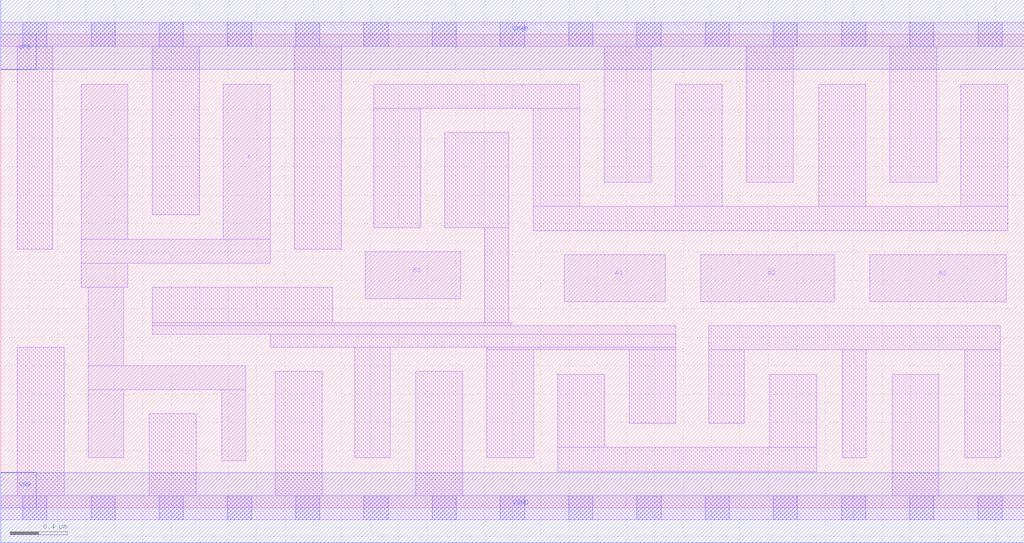
<source format=lef>
# Copyright 2020 The SkyWater PDK Authors
#
# Licensed under the Apache License, Version 2.0 (the "License");
# you may not use this file except in compliance with the License.
# You may obtain a copy of the License at
#
#     https://www.apache.org/licenses/LICENSE-2.0
#
# Unless required by applicable law or agreed to in writing, software
# distributed under the License is distributed on an "AS IS" BASIS,
# WITHOUT WARRANTIES OR CONDITIONS OF ANY KIND, either express or implied.
# See the License for the specific language governing permissions and
# limitations under the License.
#
# SPDX-License-Identifier: Apache-2.0

VERSION 5.5 ;
NAMESCASESENSITIVE ON ;
BUSBITCHARS "[]" ;
DIVIDERCHAR "/" ;
MACRO sky130_fd_sc_hs__a31o_4
  CLASS CORE ;
  SOURCE USER ;
  ORIGIN  0.000000  0.000000 ;
  SIZE  7.200000 BY  3.330000 ;
  SYMMETRY X Y ;
  SITE unit ;
  PIN A1
    ANTENNAGATEAREA  0.492000 ;
    DIRECTION INPUT ;
    USE SIGNAL ;
    PORT
      LAYER li1 ;
        RECT 3.965000 1.450000 4.675000 1.780000 ;
    END
  END A1
  PIN A2
    ANTENNAGATEAREA  0.492000 ;
    DIRECTION INPUT ;
    USE SIGNAL ;
    PORT
      LAYER li1 ;
        RECT 4.925000 1.450000 5.865000 1.780000 ;
    END
  END A2
  PIN A3
    ANTENNAGATEAREA  0.492000 ;
    DIRECTION INPUT ;
    USE SIGNAL ;
    PORT
      LAYER li1 ;
        RECT 6.115000 1.450000 7.075000 1.780000 ;
    END
  END A3
  PIN B1
    ANTENNAGATEAREA  0.492000 ;
    DIRECTION INPUT ;
    USE SIGNAL ;
    PORT
      LAYER li1 ;
        RECT 2.565000 1.470000 3.235000 1.800000 ;
    END
  END B1
  PIN X
    ANTENNADIFFAREA  1.138200 ;
    DIRECTION OUTPUT ;
    USE SIGNAL ;
    PORT
      LAYER li1 ;
        RECT 0.565000 1.550000 0.895000 1.720000 ;
        RECT 0.565000 1.720000 1.895000 1.890000 ;
        RECT 0.565000 1.890000 0.895000 2.980000 ;
        RECT 0.615000 0.350000 0.865000 0.830000 ;
        RECT 0.615000 0.830000 1.725000 1.000000 ;
        RECT 0.615000 1.000000 0.865000 1.550000 ;
        RECT 1.555000 0.330000 1.725000 0.830000 ;
        RECT 1.565000 1.890000 1.895000 2.980000 ;
    END
  END X
  PIN VGND
    DIRECTION INOUT ;
    USE GROUND ;
    PORT
      LAYER met1 ;
        RECT 0.000000 -0.245000 7.200000 0.245000 ;
    END
  END VGND
  PIN VNB
    DIRECTION INOUT ;
    USE GROUND ;
    PORT
    END
  END VNB
  PIN VPB
    DIRECTION INOUT ;
    USE POWER ;
    PORT
    END
  END VPB
  PIN VNB
    DIRECTION INOUT ;
    USE GROUND ;
    PORT
      LAYER met1 ;
        RECT 0.000000 0.000000 0.250000 0.250000 ;
    END
  END VNB
  PIN VPB
    DIRECTION INOUT ;
    USE POWER ;
    PORT
      LAYER met1 ;
        RECT 0.000000 3.080000 0.250000 3.330000 ;
    END
  END VPB
  PIN VPWR
    DIRECTION INOUT ;
    USE POWER ;
    PORT
      LAYER met1 ;
        RECT 0.000000 3.085000 7.200000 3.575000 ;
    END
  END VPWR
  OBS
    LAYER li1 ;
      RECT 0.000000 -0.085000 7.200000 0.085000 ;
      RECT 0.000000  3.245000 7.200000 3.415000 ;
      RECT 0.115000  0.085000 0.445000 1.130000 ;
      RECT 0.115000  1.820000 0.365000 3.245000 ;
      RECT 1.045000  0.085000 1.375000 0.660000 ;
      RECT 1.065000  1.220000 4.750000 1.280000 ;
      RECT 1.065000  1.280000 3.590000 1.300000 ;
      RECT 1.065000  1.300000 2.335000 1.550000 ;
      RECT 1.065000  2.060000 1.395000 3.245000 ;
      RECT 1.895000  1.130000 4.750000 1.220000 ;
      RECT 1.930000  0.085000 2.260000 0.960000 ;
      RECT 2.065000  1.820000 2.395000 3.245000 ;
      RECT 2.490000  0.350000 2.740000 1.130000 ;
      RECT 2.625000  1.970000 2.955000 2.810000 ;
      RECT 2.625000  2.810000 4.075000 2.980000 ;
      RECT 2.920000  0.085000 3.250000 0.960000 ;
      RECT 3.125000  1.970000 3.575000 2.640000 ;
      RECT 3.405000  1.300000 3.575000 1.970000 ;
      RECT 3.420000  0.350000 3.750000 1.110000 ;
      RECT 3.420000  1.110000 4.750000 1.130000 ;
      RECT 3.745000  1.950000 7.085000 2.120000 ;
      RECT 3.745000  2.120000 4.075000 2.810000 ;
      RECT 3.920000  0.255000 5.740000 0.425000 ;
      RECT 3.920000  0.425000 4.250000 0.940000 ;
      RECT 4.245000  2.290000 4.575000 3.245000 ;
      RECT 4.420000  0.595000 4.750000 1.110000 ;
      RECT 4.745000  2.120000 5.075000 2.980000 ;
      RECT 4.980000  0.595000 5.230000 1.110000 ;
      RECT 4.980000  1.110000 7.030000 1.280000 ;
      RECT 5.245000  2.290000 5.575000 3.245000 ;
      RECT 5.410000  0.425000 5.740000 0.940000 ;
      RECT 5.755000  2.120000 6.085000 2.980000 ;
      RECT 5.920000  0.350000 6.090000 1.110000 ;
      RECT 6.255000  2.290000 6.585000 3.245000 ;
      RECT 6.270000  0.085000 6.600000 0.940000 ;
      RECT 6.755000  2.120000 7.085000 2.980000 ;
      RECT 6.780000  0.350000 7.030000 1.110000 ;
    LAYER mcon ;
      RECT 0.155000 -0.085000 0.325000 0.085000 ;
      RECT 0.155000  3.245000 0.325000 3.415000 ;
      RECT 0.635000 -0.085000 0.805000 0.085000 ;
      RECT 0.635000  3.245000 0.805000 3.415000 ;
      RECT 1.115000 -0.085000 1.285000 0.085000 ;
      RECT 1.115000  3.245000 1.285000 3.415000 ;
      RECT 1.595000 -0.085000 1.765000 0.085000 ;
      RECT 1.595000  3.245000 1.765000 3.415000 ;
      RECT 2.075000 -0.085000 2.245000 0.085000 ;
      RECT 2.075000  3.245000 2.245000 3.415000 ;
      RECT 2.555000 -0.085000 2.725000 0.085000 ;
      RECT 2.555000  3.245000 2.725000 3.415000 ;
      RECT 3.035000 -0.085000 3.205000 0.085000 ;
      RECT 3.035000  3.245000 3.205000 3.415000 ;
      RECT 3.515000 -0.085000 3.685000 0.085000 ;
      RECT 3.515000  3.245000 3.685000 3.415000 ;
      RECT 3.995000 -0.085000 4.165000 0.085000 ;
      RECT 3.995000  3.245000 4.165000 3.415000 ;
      RECT 4.475000 -0.085000 4.645000 0.085000 ;
      RECT 4.475000  3.245000 4.645000 3.415000 ;
      RECT 4.955000 -0.085000 5.125000 0.085000 ;
      RECT 4.955000  3.245000 5.125000 3.415000 ;
      RECT 5.435000 -0.085000 5.605000 0.085000 ;
      RECT 5.435000  3.245000 5.605000 3.415000 ;
      RECT 5.915000 -0.085000 6.085000 0.085000 ;
      RECT 5.915000  3.245000 6.085000 3.415000 ;
      RECT 6.395000 -0.085000 6.565000 0.085000 ;
      RECT 6.395000  3.245000 6.565000 3.415000 ;
      RECT 6.875000 -0.085000 7.045000 0.085000 ;
      RECT 6.875000  3.245000 7.045000 3.415000 ;
  END
END sky130_fd_sc_hs__a31o_4
END LIBRARY

</source>
